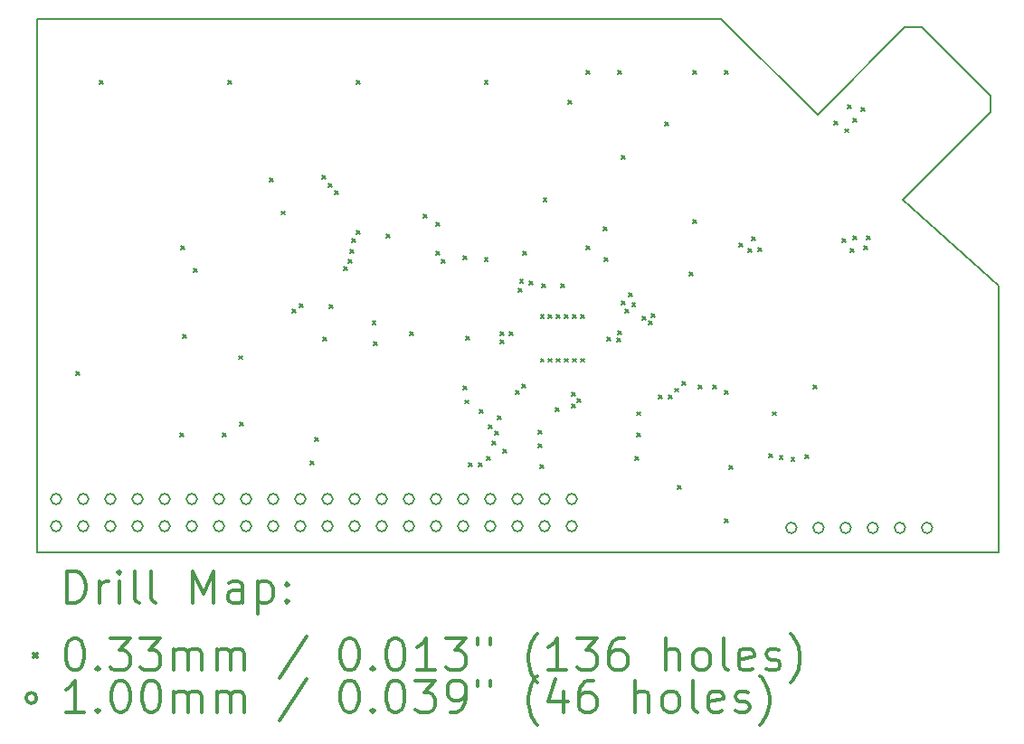
<source format=gbr>
%FSLAX45Y45*%
G04 Gerber Fmt 4.5, Leading zero omitted, Abs format (unit mm)*
G04 Created by KiCad (PCBNEW (5.0.0)) date 11/02/18 13:24:01*
%MOMM*%
%LPD*%
G01*
G04 APERTURE LIST*
%ADD10C,0.150000*%
%ADD11C,0.200000*%
%ADD12C,0.300000*%
G04 APERTURE END LIST*
D10*
X10620000Y-3080000D02*
X10780000Y-3080000D01*
X11420000Y-3880000D02*
X11420000Y-3720000D01*
X9800000Y-3900000D02*
X8900000Y-3000000D01*
X10620000Y-3080000D02*
X9800000Y-3900000D01*
X11420000Y-3720000D02*
X10780000Y-3080000D01*
X10600000Y-4700000D02*
X11420000Y-3880000D01*
X11500000Y-5500000D02*
X10600000Y-4700000D01*
X2500000Y-8000000D02*
X2500000Y-3000000D01*
X11500000Y-8000000D02*
X2500000Y-8000000D01*
X11500000Y-5500000D02*
X11500000Y-8000000D01*
X2500000Y-3000000D02*
X8900000Y-3000000D01*
D11*
X2858490Y-6308490D02*
X2891510Y-6341510D01*
X2891510Y-6308490D02*
X2858490Y-6341510D01*
X3083490Y-3583490D02*
X3116510Y-3616510D01*
X3116510Y-3583490D02*
X3083490Y-3616510D01*
X3833490Y-6883490D02*
X3866510Y-6916510D01*
X3866510Y-6883490D02*
X3833490Y-6916510D01*
X3843490Y-5133490D02*
X3876510Y-5166510D01*
X3876510Y-5133490D02*
X3843490Y-5166510D01*
X3858490Y-5958490D02*
X3891510Y-5991510D01*
X3891510Y-5958490D02*
X3858490Y-5991510D01*
X3963490Y-5343490D02*
X3996510Y-5376510D01*
X3996510Y-5343490D02*
X3963490Y-5376510D01*
X4233490Y-6883490D02*
X4266510Y-6916510D01*
X4266510Y-6883490D02*
X4233490Y-6916510D01*
X4283490Y-3583490D02*
X4316510Y-3616510D01*
X4316510Y-3583490D02*
X4283490Y-3616510D01*
X4383490Y-6158490D02*
X4416510Y-6191510D01*
X4416510Y-6158490D02*
X4383490Y-6191510D01*
X4393480Y-6783490D02*
X4426500Y-6816510D01*
X4426500Y-6783490D02*
X4393480Y-6816510D01*
X4673490Y-4493490D02*
X4706510Y-4526510D01*
X4706510Y-4493490D02*
X4673490Y-4526510D01*
X4783490Y-4803490D02*
X4816510Y-4836510D01*
X4816510Y-4803490D02*
X4783490Y-4836510D01*
X4886434Y-5723782D02*
X4919454Y-5756802D01*
X4919454Y-5723782D02*
X4886434Y-5756802D01*
X4953490Y-5673490D02*
X4986510Y-5706510D01*
X4986510Y-5673490D02*
X4953490Y-5706510D01*
X5053490Y-7143490D02*
X5086510Y-7176510D01*
X5086510Y-7143490D02*
X5053490Y-7176510D01*
X5093490Y-6923490D02*
X5126510Y-6956510D01*
X5126510Y-6923490D02*
X5093490Y-6956510D01*
X5166340Y-4470714D02*
X5199360Y-4503734D01*
X5199360Y-4470714D02*
X5166340Y-4503734D01*
X5173490Y-5983490D02*
X5206510Y-6016510D01*
X5206510Y-5983490D02*
X5173490Y-6016510D01*
X5223490Y-4543490D02*
X5256510Y-4576510D01*
X5256510Y-4543490D02*
X5223490Y-4576510D01*
X5233490Y-5683490D02*
X5266510Y-5716510D01*
X5266510Y-5683490D02*
X5233490Y-5716510D01*
X5283490Y-4613490D02*
X5316510Y-4646510D01*
X5316510Y-4613490D02*
X5283490Y-4646510D01*
X5363490Y-5323490D02*
X5396510Y-5356510D01*
X5396510Y-5323490D02*
X5363490Y-5356510D01*
X5409985Y-5253747D02*
X5443005Y-5286767D01*
X5443005Y-5253747D02*
X5409985Y-5286767D01*
X5423490Y-5163490D02*
X5456510Y-5196510D01*
X5456510Y-5163490D02*
X5423490Y-5196510D01*
X5443439Y-5063465D02*
X5476459Y-5096485D01*
X5476459Y-5063465D02*
X5443439Y-5096485D01*
X5483490Y-3583490D02*
X5516510Y-3616510D01*
X5516510Y-3583490D02*
X5483490Y-3616510D01*
X5483490Y-4983490D02*
X5516510Y-5016510D01*
X5516510Y-4983490D02*
X5483490Y-5016510D01*
X5633490Y-5833490D02*
X5666510Y-5866510D01*
X5666510Y-5833490D02*
X5633490Y-5866510D01*
X5643490Y-6023490D02*
X5676510Y-6056510D01*
X5676510Y-6023490D02*
X5643490Y-6056510D01*
X5763490Y-5023020D02*
X5796510Y-5056040D01*
X5796510Y-5023020D02*
X5763490Y-5056040D01*
X5983490Y-5933490D02*
X6016510Y-5966510D01*
X6016510Y-5933490D02*
X5983490Y-5966510D01*
X6108490Y-4833490D02*
X6141510Y-4866510D01*
X6141510Y-4833490D02*
X6108490Y-4866510D01*
X6233490Y-4908490D02*
X6266510Y-4941510D01*
X6266510Y-4908490D02*
X6233490Y-4941510D01*
X6233490Y-5183490D02*
X6266510Y-5216510D01*
X6266510Y-5183490D02*
X6233490Y-5216510D01*
X6283490Y-5253490D02*
X6316510Y-5286510D01*
X6316510Y-5253490D02*
X6283490Y-5286510D01*
X6483490Y-5223490D02*
X6516510Y-5256510D01*
X6516510Y-5223490D02*
X6483490Y-5256510D01*
X6483490Y-6443490D02*
X6516510Y-6476510D01*
X6516510Y-6443490D02*
X6483490Y-6476510D01*
X6503490Y-6573490D02*
X6536510Y-6606510D01*
X6536510Y-6573490D02*
X6503490Y-6606510D01*
X6513490Y-5973490D02*
X6546510Y-6006510D01*
X6546510Y-5973490D02*
X6513490Y-6006510D01*
X6533490Y-7163490D02*
X6566510Y-7196510D01*
X6566510Y-7163490D02*
X6533490Y-7196510D01*
X6628519Y-7160640D02*
X6661539Y-7193660D01*
X6661539Y-7160640D02*
X6628519Y-7193660D01*
X6633490Y-6663490D02*
X6666510Y-6696510D01*
X6666510Y-6663490D02*
X6633490Y-6696510D01*
X6683490Y-3583490D02*
X6716510Y-3616510D01*
X6716510Y-3583490D02*
X6683490Y-3616510D01*
X6683490Y-5243490D02*
X6716510Y-5276510D01*
X6716510Y-5243490D02*
X6683490Y-5276510D01*
X6703490Y-7103490D02*
X6736510Y-7136510D01*
X6736510Y-7103490D02*
X6703490Y-7136510D01*
X6723490Y-6803490D02*
X6756510Y-6836510D01*
X6756510Y-6803490D02*
X6723490Y-6836510D01*
X6758490Y-6958490D02*
X6791510Y-6991510D01*
X6791510Y-6958490D02*
X6758490Y-6991510D01*
X6783490Y-6863490D02*
X6816510Y-6896510D01*
X6816510Y-6863490D02*
X6783490Y-6896510D01*
X6803490Y-6723490D02*
X6836510Y-6756510D01*
X6836510Y-6723490D02*
X6803490Y-6756510D01*
X6833490Y-5933490D02*
X6866510Y-5966510D01*
X6866510Y-5933490D02*
X6833490Y-5966510D01*
X6833490Y-6013490D02*
X6866510Y-6046510D01*
X6866510Y-6013490D02*
X6833490Y-6046510D01*
X6858490Y-7033490D02*
X6891510Y-7066510D01*
X6891510Y-7033490D02*
X6858490Y-7066510D01*
X6913490Y-5933490D02*
X6946510Y-5966510D01*
X6946510Y-5933490D02*
X6913490Y-5966510D01*
X6973490Y-6483490D02*
X7006510Y-6516510D01*
X7006510Y-6483490D02*
X6973490Y-6516510D01*
X6998490Y-5529740D02*
X7031510Y-5562760D01*
X7031510Y-5529740D02*
X6998490Y-5562760D01*
X7013490Y-5443490D02*
X7046510Y-5476510D01*
X7046510Y-5443490D02*
X7013490Y-5476510D01*
X7033490Y-6423490D02*
X7066510Y-6456510D01*
X7066510Y-6423490D02*
X7033490Y-6456510D01*
X7043490Y-5183490D02*
X7076510Y-5216510D01*
X7076510Y-5183490D02*
X7043490Y-5216510D01*
X7103490Y-5463490D02*
X7136510Y-5496510D01*
X7136510Y-5463490D02*
X7103490Y-5496510D01*
X7183490Y-6858490D02*
X7216510Y-6891510D01*
X7216510Y-6858490D02*
X7183490Y-6891510D01*
X7183490Y-6983490D02*
X7216510Y-7016510D01*
X7216510Y-6983490D02*
X7183490Y-7016510D01*
X7203490Y-7178490D02*
X7236510Y-7211510D01*
X7236510Y-7178490D02*
X7203490Y-7211510D01*
X7208490Y-5773490D02*
X7241510Y-5806510D01*
X7241510Y-5773490D02*
X7208490Y-5806510D01*
X7208490Y-6183490D02*
X7241510Y-6216510D01*
X7241510Y-6183490D02*
X7208490Y-6216510D01*
X7223490Y-5483490D02*
X7256510Y-5516510D01*
X7256510Y-5483490D02*
X7223490Y-5516510D01*
X7233490Y-4683490D02*
X7266510Y-4716510D01*
X7266510Y-4683490D02*
X7233490Y-4716510D01*
X7283490Y-5773490D02*
X7316510Y-5806510D01*
X7316510Y-5773490D02*
X7283490Y-5806510D01*
X7283490Y-6183490D02*
X7316510Y-6216510D01*
X7316510Y-6183490D02*
X7283490Y-6216510D01*
X7348490Y-6643490D02*
X7381510Y-6676510D01*
X7381510Y-6643490D02*
X7348490Y-6676510D01*
X7358490Y-5773490D02*
X7391510Y-5806510D01*
X7391510Y-5773490D02*
X7358490Y-5806510D01*
X7358490Y-6183490D02*
X7391510Y-6216510D01*
X7391510Y-6183490D02*
X7358490Y-6216510D01*
X7399890Y-5482846D02*
X7432910Y-5515866D01*
X7432910Y-5482846D02*
X7399890Y-5515866D01*
X7433490Y-5773490D02*
X7466510Y-5806510D01*
X7466510Y-5773490D02*
X7433490Y-5806510D01*
X7433490Y-6183490D02*
X7466510Y-6216510D01*
X7466510Y-6183490D02*
X7433490Y-6216510D01*
X7463490Y-3763490D02*
X7496510Y-3796510D01*
X7496510Y-3763490D02*
X7463490Y-3796510D01*
X7503490Y-6503490D02*
X7536510Y-6536510D01*
X7536510Y-6503490D02*
X7503490Y-6536510D01*
X7503490Y-6613490D02*
X7536510Y-6646510D01*
X7536510Y-6613490D02*
X7503490Y-6646510D01*
X7508490Y-5773490D02*
X7541510Y-5806510D01*
X7541510Y-5773490D02*
X7508490Y-5806510D01*
X7508490Y-6183490D02*
X7541510Y-6216510D01*
X7541510Y-6183490D02*
X7508490Y-6216510D01*
X7548490Y-6558490D02*
X7581510Y-6591510D01*
X7581510Y-6558490D02*
X7548490Y-6591510D01*
X7583490Y-5773490D02*
X7616510Y-5806510D01*
X7616510Y-5773490D02*
X7583490Y-5806510D01*
X7583490Y-6183490D02*
X7616510Y-6216510D01*
X7616510Y-6183490D02*
X7583490Y-6216510D01*
X7633490Y-3483490D02*
X7666510Y-3516510D01*
X7666510Y-3483490D02*
X7633490Y-3516510D01*
X7633490Y-5133490D02*
X7666510Y-5166510D01*
X7666510Y-5133490D02*
X7633490Y-5166510D01*
X7793490Y-4953490D02*
X7826510Y-4986510D01*
X7826510Y-4953490D02*
X7793490Y-4986510D01*
X7803490Y-5243490D02*
X7836510Y-5276510D01*
X7836510Y-5243490D02*
X7803490Y-5276510D01*
X7833490Y-5983490D02*
X7866510Y-6016510D01*
X7866510Y-5983490D02*
X7833490Y-6016510D01*
X7923490Y-5993490D02*
X7956510Y-6026510D01*
X7956510Y-5993490D02*
X7923490Y-6026510D01*
X7933490Y-3483490D02*
X7966510Y-3516510D01*
X7966510Y-3483490D02*
X7933490Y-3516510D01*
X7933490Y-5923490D02*
X7966510Y-5956510D01*
X7966510Y-5923490D02*
X7933490Y-5956510D01*
X7963490Y-4283490D02*
X7996510Y-4316510D01*
X7996510Y-4283490D02*
X7963490Y-4316510D01*
X7963490Y-5643490D02*
X7996510Y-5676510D01*
X7996510Y-5643490D02*
X7963490Y-5676510D01*
X8003490Y-5723490D02*
X8036510Y-5756510D01*
X8036510Y-5723490D02*
X8003490Y-5756510D01*
X8033490Y-5573490D02*
X8066510Y-5606510D01*
X8066510Y-5573490D02*
X8033490Y-5606510D01*
X8063490Y-5663490D02*
X8096510Y-5696510D01*
X8096510Y-5663490D02*
X8063490Y-5696510D01*
X8093490Y-7103490D02*
X8126510Y-7136510D01*
X8126510Y-7103490D02*
X8093490Y-7136510D01*
X8113490Y-6683490D02*
X8146510Y-6716510D01*
X8146510Y-6683490D02*
X8113490Y-6716510D01*
X8113490Y-6883490D02*
X8146510Y-6916510D01*
X8146510Y-6883490D02*
X8113490Y-6916510D01*
X8163490Y-5793490D02*
X8196510Y-5826510D01*
X8196510Y-5793490D02*
X8163490Y-5826510D01*
X8223490Y-5833490D02*
X8256510Y-5866510D01*
X8256510Y-5833490D02*
X8223490Y-5866510D01*
X8243490Y-5763490D02*
X8276510Y-5796510D01*
X8276510Y-5763490D02*
X8243490Y-5796510D01*
X8313490Y-6523490D02*
X8346510Y-6556510D01*
X8346510Y-6523490D02*
X8313490Y-6556510D01*
X8373490Y-3973490D02*
X8406510Y-4006510D01*
X8406510Y-3973490D02*
X8373490Y-4006510D01*
X8403490Y-6523490D02*
X8436510Y-6556510D01*
X8436510Y-6523490D02*
X8403490Y-6556510D01*
X8463490Y-6463490D02*
X8496510Y-6496510D01*
X8496510Y-6463490D02*
X8463490Y-6496510D01*
X8493490Y-7373490D02*
X8526510Y-7406510D01*
X8526510Y-7373490D02*
X8493490Y-7406510D01*
X8533490Y-6403490D02*
X8566510Y-6436510D01*
X8566510Y-6403490D02*
X8533490Y-6436510D01*
X8598490Y-5373490D02*
X8631510Y-5406510D01*
X8631510Y-5373490D02*
X8598490Y-5406510D01*
X8633490Y-3483490D02*
X8666510Y-3516510D01*
X8666510Y-3483490D02*
X8633490Y-3516510D01*
X8633490Y-4883490D02*
X8666510Y-4916510D01*
X8666510Y-4883490D02*
X8633490Y-4916510D01*
X8683490Y-6433490D02*
X8716510Y-6466510D01*
X8716510Y-6433490D02*
X8683490Y-6466510D01*
X8823490Y-6433490D02*
X8856510Y-6466510D01*
X8856510Y-6433490D02*
X8823490Y-6466510D01*
X8933490Y-3483490D02*
X8966510Y-3516510D01*
X8966510Y-3483490D02*
X8933490Y-3516510D01*
X8933490Y-6483490D02*
X8966510Y-6516510D01*
X8966510Y-6483490D02*
X8933490Y-6516510D01*
X8933490Y-7683490D02*
X8966510Y-7716510D01*
X8966510Y-7683490D02*
X8933490Y-7716510D01*
X8973490Y-7183490D02*
X9006510Y-7216510D01*
X9006510Y-7183490D02*
X8973490Y-7216510D01*
X9063490Y-5103490D02*
X9096510Y-5136510D01*
X9096510Y-5103490D02*
X9063490Y-5136510D01*
X9153079Y-5153079D02*
X9186099Y-5186099D01*
X9186099Y-5153079D02*
X9153079Y-5186099D01*
X9183490Y-5043490D02*
X9216510Y-5076510D01*
X9216510Y-5043490D02*
X9183490Y-5076510D01*
X9243490Y-5143490D02*
X9276510Y-5176510D01*
X9276510Y-5143490D02*
X9243490Y-5176510D01*
X9343490Y-7073490D02*
X9376510Y-7106510D01*
X9376510Y-7073490D02*
X9343490Y-7106510D01*
X9383490Y-6683490D02*
X9416510Y-6716510D01*
X9416510Y-6683490D02*
X9383490Y-6716510D01*
X9443490Y-7093490D02*
X9476510Y-7126510D01*
X9476510Y-7093490D02*
X9443490Y-7126510D01*
X9553490Y-7113490D02*
X9586510Y-7146510D01*
X9586510Y-7113490D02*
X9553490Y-7146510D01*
X9683490Y-7083490D02*
X9716510Y-7116510D01*
X9716510Y-7083490D02*
X9683490Y-7116510D01*
X9763490Y-6433490D02*
X9796510Y-6466510D01*
X9796510Y-6433490D02*
X9763490Y-6466510D01*
X9958490Y-3958490D02*
X9991510Y-3991510D01*
X9991510Y-3958490D02*
X9958490Y-3991510D01*
X10033490Y-5063490D02*
X10066510Y-5096510D01*
X10066510Y-5063490D02*
X10033490Y-5096510D01*
X10058490Y-4033490D02*
X10091510Y-4066510D01*
X10091510Y-4033490D02*
X10058490Y-4066510D01*
X10083490Y-3808490D02*
X10116510Y-3841510D01*
X10116510Y-3808490D02*
X10083490Y-3841510D01*
X10108490Y-5158490D02*
X10141510Y-5191510D01*
X10141510Y-5158490D02*
X10108490Y-5191510D01*
X10133490Y-3933490D02*
X10166510Y-3966510D01*
X10166510Y-3933490D02*
X10133490Y-3966510D01*
X10133490Y-5033490D02*
X10166510Y-5066510D01*
X10166510Y-5033490D02*
X10133490Y-5066510D01*
X10208490Y-3833490D02*
X10241510Y-3866510D01*
X10241510Y-3833490D02*
X10208490Y-3866510D01*
X10233490Y-5133490D02*
X10266510Y-5166510D01*
X10266510Y-5133490D02*
X10233490Y-5166510D01*
X10258490Y-5033490D02*
X10291510Y-5066510D01*
X10291510Y-5033490D02*
X10258490Y-5066510D01*
X9606000Y-7770000D02*
G75*
G03X9606000Y-7770000I-50000J0D01*
G01*
X9860000Y-7770000D02*
G75*
G03X9860000Y-7770000I-50000J0D01*
G01*
X10114000Y-7770000D02*
G75*
G03X10114000Y-7770000I-50000J0D01*
G01*
X10368000Y-7770000D02*
G75*
G03X10368000Y-7770000I-50000J0D01*
G01*
X10622000Y-7770000D02*
G75*
G03X10622000Y-7770000I-50000J0D01*
G01*
X10876000Y-7770000D02*
G75*
G03X10876000Y-7770000I-50000J0D01*
G01*
X2724000Y-7500000D02*
G75*
G03X2724000Y-7500000I-50000J0D01*
G01*
X2724000Y-7754000D02*
G75*
G03X2724000Y-7754000I-50000J0D01*
G01*
X2978000Y-7500000D02*
G75*
G03X2978000Y-7500000I-50000J0D01*
G01*
X2978000Y-7754000D02*
G75*
G03X2978000Y-7754000I-50000J0D01*
G01*
X3232000Y-7500000D02*
G75*
G03X3232000Y-7500000I-50000J0D01*
G01*
X3232000Y-7754000D02*
G75*
G03X3232000Y-7754000I-50000J0D01*
G01*
X3486000Y-7500000D02*
G75*
G03X3486000Y-7500000I-50000J0D01*
G01*
X3486000Y-7754000D02*
G75*
G03X3486000Y-7754000I-50000J0D01*
G01*
X3740000Y-7500000D02*
G75*
G03X3740000Y-7500000I-50000J0D01*
G01*
X3740000Y-7754000D02*
G75*
G03X3740000Y-7754000I-50000J0D01*
G01*
X3994000Y-7500000D02*
G75*
G03X3994000Y-7500000I-50000J0D01*
G01*
X3994000Y-7754000D02*
G75*
G03X3994000Y-7754000I-50000J0D01*
G01*
X4248000Y-7500000D02*
G75*
G03X4248000Y-7500000I-50000J0D01*
G01*
X4248000Y-7754000D02*
G75*
G03X4248000Y-7754000I-50000J0D01*
G01*
X4502000Y-7500000D02*
G75*
G03X4502000Y-7500000I-50000J0D01*
G01*
X4502000Y-7754000D02*
G75*
G03X4502000Y-7754000I-50000J0D01*
G01*
X4756000Y-7500000D02*
G75*
G03X4756000Y-7500000I-50000J0D01*
G01*
X4756000Y-7754000D02*
G75*
G03X4756000Y-7754000I-50000J0D01*
G01*
X5010000Y-7500000D02*
G75*
G03X5010000Y-7500000I-50000J0D01*
G01*
X5010000Y-7754000D02*
G75*
G03X5010000Y-7754000I-50000J0D01*
G01*
X5264000Y-7500000D02*
G75*
G03X5264000Y-7500000I-50000J0D01*
G01*
X5264000Y-7754000D02*
G75*
G03X5264000Y-7754000I-50000J0D01*
G01*
X5518000Y-7500000D02*
G75*
G03X5518000Y-7500000I-50000J0D01*
G01*
X5518000Y-7754000D02*
G75*
G03X5518000Y-7754000I-50000J0D01*
G01*
X5772000Y-7500000D02*
G75*
G03X5772000Y-7500000I-50000J0D01*
G01*
X5772000Y-7754000D02*
G75*
G03X5772000Y-7754000I-50000J0D01*
G01*
X6026000Y-7500000D02*
G75*
G03X6026000Y-7500000I-50000J0D01*
G01*
X6026000Y-7754000D02*
G75*
G03X6026000Y-7754000I-50000J0D01*
G01*
X6280000Y-7500000D02*
G75*
G03X6280000Y-7500000I-50000J0D01*
G01*
X6280000Y-7754000D02*
G75*
G03X6280000Y-7754000I-50000J0D01*
G01*
X6534000Y-7500000D02*
G75*
G03X6534000Y-7500000I-50000J0D01*
G01*
X6534000Y-7754000D02*
G75*
G03X6534000Y-7754000I-50000J0D01*
G01*
X6788000Y-7500000D02*
G75*
G03X6788000Y-7500000I-50000J0D01*
G01*
X6788000Y-7754000D02*
G75*
G03X6788000Y-7754000I-50000J0D01*
G01*
X7042000Y-7500000D02*
G75*
G03X7042000Y-7500000I-50000J0D01*
G01*
X7042000Y-7754000D02*
G75*
G03X7042000Y-7754000I-50000J0D01*
G01*
X7296000Y-7500000D02*
G75*
G03X7296000Y-7500000I-50000J0D01*
G01*
X7296000Y-7754000D02*
G75*
G03X7296000Y-7754000I-50000J0D01*
G01*
X7550000Y-7500000D02*
G75*
G03X7550000Y-7500000I-50000J0D01*
G01*
X7550000Y-7754000D02*
G75*
G03X7550000Y-7754000I-50000J0D01*
G01*
D12*
X2778928Y-8473214D02*
X2778928Y-8173214D01*
X2850357Y-8173214D01*
X2893214Y-8187500D01*
X2921786Y-8216071D01*
X2936071Y-8244643D01*
X2950357Y-8301786D01*
X2950357Y-8344643D01*
X2936071Y-8401786D01*
X2921786Y-8430357D01*
X2893214Y-8458929D01*
X2850357Y-8473214D01*
X2778928Y-8473214D01*
X3078928Y-8473214D02*
X3078928Y-8273214D01*
X3078928Y-8330357D02*
X3093214Y-8301786D01*
X3107500Y-8287500D01*
X3136071Y-8273214D01*
X3164643Y-8273214D01*
X3264643Y-8473214D02*
X3264643Y-8273214D01*
X3264643Y-8173214D02*
X3250357Y-8187500D01*
X3264643Y-8201786D01*
X3278928Y-8187500D01*
X3264643Y-8173214D01*
X3264643Y-8201786D01*
X3450357Y-8473214D02*
X3421786Y-8458929D01*
X3407500Y-8430357D01*
X3407500Y-8173214D01*
X3607500Y-8473214D02*
X3578928Y-8458929D01*
X3564643Y-8430357D01*
X3564643Y-8173214D01*
X3950357Y-8473214D02*
X3950357Y-8173214D01*
X4050357Y-8387500D01*
X4150357Y-8173214D01*
X4150357Y-8473214D01*
X4421786Y-8473214D02*
X4421786Y-8316071D01*
X4407500Y-8287500D01*
X4378928Y-8273214D01*
X4321786Y-8273214D01*
X4293214Y-8287500D01*
X4421786Y-8458929D02*
X4393214Y-8473214D01*
X4321786Y-8473214D01*
X4293214Y-8458929D01*
X4278928Y-8430357D01*
X4278928Y-8401786D01*
X4293214Y-8373214D01*
X4321786Y-8358929D01*
X4393214Y-8358929D01*
X4421786Y-8344643D01*
X4564643Y-8273214D02*
X4564643Y-8573214D01*
X4564643Y-8287500D02*
X4593214Y-8273214D01*
X4650357Y-8273214D01*
X4678928Y-8287500D01*
X4693214Y-8301786D01*
X4707500Y-8330357D01*
X4707500Y-8416072D01*
X4693214Y-8444643D01*
X4678928Y-8458929D01*
X4650357Y-8473214D01*
X4593214Y-8473214D01*
X4564643Y-8458929D01*
X4836071Y-8444643D02*
X4850357Y-8458929D01*
X4836071Y-8473214D01*
X4821786Y-8458929D01*
X4836071Y-8444643D01*
X4836071Y-8473214D01*
X4836071Y-8287500D02*
X4850357Y-8301786D01*
X4836071Y-8316071D01*
X4821786Y-8301786D01*
X4836071Y-8287500D01*
X4836071Y-8316071D01*
X2459480Y-8950990D02*
X2492500Y-8984010D01*
X2492500Y-8950990D02*
X2459480Y-8984010D01*
X2836071Y-8803214D02*
X2864643Y-8803214D01*
X2893214Y-8817500D01*
X2907500Y-8831786D01*
X2921786Y-8860357D01*
X2936071Y-8917500D01*
X2936071Y-8988929D01*
X2921786Y-9046072D01*
X2907500Y-9074643D01*
X2893214Y-9088929D01*
X2864643Y-9103214D01*
X2836071Y-9103214D01*
X2807500Y-9088929D01*
X2793214Y-9074643D01*
X2778928Y-9046072D01*
X2764643Y-8988929D01*
X2764643Y-8917500D01*
X2778928Y-8860357D01*
X2793214Y-8831786D01*
X2807500Y-8817500D01*
X2836071Y-8803214D01*
X3064643Y-9074643D02*
X3078928Y-9088929D01*
X3064643Y-9103214D01*
X3050357Y-9088929D01*
X3064643Y-9074643D01*
X3064643Y-9103214D01*
X3178928Y-8803214D02*
X3364643Y-8803214D01*
X3264643Y-8917500D01*
X3307500Y-8917500D01*
X3336071Y-8931786D01*
X3350357Y-8946072D01*
X3364643Y-8974643D01*
X3364643Y-9046072D01*
X3350357Y-9074643D01*
X3336071Y-9088929D01*
X3307500Y-9103214D01*
X3221786Y-9103214D01*
X3193214Y-9088929D01*
X3178928Y-9074643D01*
X3464643Y-8803214D02*
X3650357Y-8803214D01*
X3550357Y-8917500D01*
X3593214Y-8917500D01*
X3621786Y-8931786D01*
X3636071Y-8946072D01*
X3650357Y-8974643D01*
X3650357Y-9046072D01*
X3636071Y-9074643D01*
X3621786Y-9088929D01*
X3593214Y-9103214D01*
X3507500Y-9103214D01*
X3478928Y-9088929D01*
X3464643Y-9074643D01*
X3778928Y-9103214D02*
X3778928Y-8903214D01*
X3778928Y-8931786D02*
X3793214Y-8917500D01*
X3821786Y-8903214D01*
X3864643Y-8903214D01*
X3893214Y-8917500D01*
X3907500Y-8946072D01*
X3907500Y-9103214D01*
X3907500Y-8946072D02*
X3921786Y-8917500D01*
X3950357Y-8903214D01*
X3993214Y-8903214D01*
X4021786Y-8917500D01*
X4036071Y-8946072D01*
X4036071Y-9103214D01*
X4178928Y-9103214D02*
X4178928Y-8903214D01*
X4178928Y-8931786D02*
X4193214Y-8917500D01*
X4221786Y-8903214D01*
X4264643Y-8903214D01*
X4293214Y-8917500D01*
X4307500Y-8946072D01*
X4307500Y-9103214D01*
X4307500Y-8946072D02*
X4321786Y-8917500D01*
X4350357Y-8903214D01*
X4393214Y-8903214D01*
X4421786Y-8917500D01*
X4436071Y-8946072D01*
X4436071Y-9103214D01*
X5021786Y-8788929D02*
X4764643Y-9174643D01*
X5407500Y-8803214D02*
X5436071Y-8803214D01*
X5464643Y-8817500D01*
X5478928Y-8831786D01*
X5493214Y-8860357D01*
X5507500Y-8917500D01*
X5507500Y-8988929D01*
X5493214Y-9046072D01*
X5478928Y-9074643D01*
X5464643Y-9088929D01*
X5436071Y-9103214D01*
X5407500Y-9103214D01*
X5378928Y-9088929D01*
X5364643Y-9074643D01*
X5350357Y-9046072D01*
X5336071Y-8988929D01*
X5336071Y-8917500D01*
X5350357Y-8860357D01*
X5364643Y-8831786D01*
X5378928Y-8817500D01*
X5407500Y-8803214D01*
X5636071Y-9074643D02*
X5650357Y-9088929D01*
X5636071Y-9103214D01*
X5621786Y-9088929D01*
X5636071Y-9074643D01*
X5636071Y-9103214D01*
X5836071Y-8803214D02*
X5864643Y-8803214D01*
X5893214Y-8817500D01*
X5907500Y-8831786D01*
X5921786Y-8860357D01*
X5936071Y-8917500D01*
X5936071Y-8988929D01*
X5921786Y-9046072D01*
X5907500Y-9074643D01*
X5893214Y-9088929D01*
X5864643Y-9103214D01*
X5836071Y-9103214D01*
X5807500Y-9088929D01*
X5793214Y-9074643D01*
X5778928Y-9046072D01*
X5764643Y-8988929D01*
X5764643Y-8917500D01*
X5778928Y-8860357D01*
X5793214Y-8831786D01*
X5807500Y-8817500D01*
X5836071Y-8803214D01*
X6221786Y-9103214D02*
X6050357Y-9103214D01*
X6136071Y-9103214D02*
X6136071Y-8803214D01*
X6107500Y-8846072D01*
X6078928Y-8874643D01*
X6050357Y-8888929D01*
X6321786Y-8803214D02*
X6507500Y-8803214D01*
X6407500Y-8917500D01*
X6450357Y-8917500D01*
X6478928Y-8931786D01*
X6493214Y-8946072D01*
X6507500Y-8974643D01*
X6507500Y-9046072D01*
X6493214Y-9074643D01*
X6478928Y-9088929D01*
X6450357Y-9103214D01*
X6364643Y-9103214D01*
X6336071Y-9088929D01*
X6321786Y-9074643D01*
X6621786Y-8803214D02*
X6621786Y-8860357D01*
X6736071Y-8803214D02*
X6736071Y-8860357D01*
X7178928Y-9217500D02*
X7164643Y-9203214D01*
X7136071Y-9160357D01*
X7121786Y-9131786D01*
X7107500Y-9088929D01*
X7093214Y-9017500D01*
X7093214Y-8960357D01*
X7107500Y-8888929D01*
X7121786Y-8846072D01*
X7136071Y-8817500D01*
X7164643Y-8774643D01*
X7178928Y-8760357D01*
X7450357Y-9103214D02*
X7278928Y-9103214D01*
X7364643Y-9103214D02*
X7364643Y-8803214D01*
X7336071Y-8846072D01*
X7307500Y-8874643D01*
X7278928Y-8888929D01*
X7550357Y-8803214D02*
X7736071Y-8803214D01*
X7636071Y-8917500D01*
X7678928Y-8917500D01*
X7707500Y-8931786D01*
X7721786Y-8946072D01*
X7736071Y-8974643D01*
X7736071Y-9046072D01*
X7721786Y-9074643D01*
X7707500Y-9088929D01*
X7678928Y-9103214D01*
X7593214Y-9103214D01*
X7564643Y-9088929D01*
X7550357Y-9074643D01*
X7993214Y-8803214D02*
X7936071Y-8803214D01*
X7907500Y-8817500D01*
X7893214Y-8831786D01*
X7864643Y-8874643D01*
X7850357Y-8931786D01*
X7850357Y-9046072D01*
X7864643Y-9074643D01*
X7878928Y-9088929D01*
X7907500Y-9103214D01*
X7964643Y-9103214D01*
X7993214Y-9088929D01*
X8007500Y-9074643D01*
X8021786Y-9046072D01*
X8021786Y-8974643D01*
X8007500Y-8946072D01*
X7993214Y-8931786D01*
X7964643Y-8917500D01*
X7907500Y-8917500D01*
X7878928Y-8931786D01*
X7864643Y-8946072D01*
X7850357Y-8974643D01*
X8378928Y-9103214D02*
X8378928Y-8803214D01*
X8507500Y-9103214D02*
X8507500Y-8946072D01*
X8493214Y-8917500D01*
X8464643Y-8903214D01*
X8421786Y-8903214D01*
X8393214Y-8917500D01*
X8378928Y-8931786D01*
X8693214Y-9103214D02*
X8664643Y-9088929D01*
X8650357Y-9074643D01*
X8636071Y-9046072D01*
X8636071Y-8960357D01*
X8650357Y-8931786D01*
X8664643Y-8917500D01*
X8693214Y-8903214D01*
X8736071Y-8903214D01*
X8764643Y-8917500D01*
X8778928Y-8931786D01*
X8793214Y-8960357D01*
X8793214Y-9046072D01*
X8778928Y-9074643D01*
X8764643Y-9088929D01*
X8736071Y-9103214D01*
X8693214Y-9103214D01*
X8964643Y-9103214D02*
X8936071Y-9088929D01*
X8921786Y-9060357D01*
X8921786Y-8803214D01*
X9193214Y-9088929D02*
X9164643Y-9103214D01*
X9107500Y-9103214D01*
X9078928Y-9088929D01*
X9064643Y-9060357D01*
X9064643Y-8946072D01*
X9078928Y-8917500D01*
X9107500Y-8903214D01*
X9164643Y-8903214D01*
X9193214Y-8917500D01*
X9207500Y-8946072D01*
X9207500Y-8974643D01*
X9064643Y-9003214D01*
X9321786Y-9088929D02*
X9350357Y-9103214D01*
X9407500Y-9103214D01*
X9436071Y-9088929D01*
X9450357Y-9060357D01*
X9450357Y-9046072D01*
X9436071Y-9017500D01*
X9407500Y-9003214D01*
X9364643Y-9003214D01*
X9336071Y-8988929D01*
X9321786Y-8960357D01*
X9321786Y-8946072D01*
X9336071Y-8917500D01*
X9364643Y-8903214D01*
X9407500Y-8903214D01*
X9436071Y-8917500D01*
X9550357Y-9217500D02*
X9564643Y-9203214D01*
X9593214Y-9160357D01*
X9607500Y-9131786D01*
X9621786Y-9088929D01*
X9636071Y-9017500D01*
X9636071Y-8960357D01*
X9621786Y-8888929D01*
X9607500Y-8846072D01*
X9593214Y-8817500D01*
X9564643Y-8774643D01*
X9550357Y-8760357D01*
X2492500Y-9363500D02*
G75*
G03X2492500Y-9363500I-50000J0D01*
G01*
X2936071Y-9499214D02*
X2764643Y-9499214D01*
X2850357Y-9499214D02*
X2850357Y-9199214D01*
X2821786Y-9242072D01*
X2793214Y-9270643D01*
X2764643Y-9284929D01*
X3064643Y-9470643D02*
X3078928Y-9484929D01*
X3064643Y-9499214D01*
X3050357Y-9484929D01*
X3064643Y-9470643D01*
X3064643Y-9499214D01*
X3264643Y-9199214D02*
X3293214Y-9199214D01*
X3321786Y-9213500D01*
X3336071Y-9227786D01*
X3350357Y-9256357D01*
X3364643Y-9313500D01*
X3364643Y-9384929D01*
X3350357Y-9442072D01*
X3336071Y-9470643D01*
X3321786Y-9484929D01*
X3293214Y-9499214D01*
X3264643Y-9499214D01*
X3236071Y-9484929D01*
X3221786Y-9470643D01*
X3207500Y-9442072D01*
X3193214Y-9384929D01*
X3193214Y-9313500D01*
X3207500Y-9256357D01*
X3221786Y-9227786D01*
X3236071Y-9213500D01*
X3264643Y-9199214D01*
X3550357Y-9199214D02*
X3578928Y-9199214D01*
X3607500Y-9213500D01*
X3621786Y-9227786D01*
X3636071Y-9256357D01*
X3650357Y-9313500D01*
X3650357Y-9384929D01*
X3636071Y-9442072D01*
X3621786Y-9470643D01*
X3607500Y-9484929D01*
X3578928Y-9499214D01*
X3550357Y-9499214D01*
X3521786Y-9484929D01*
X3507500Y-9470643D01*
X3493214Y-9442072D01*
X3478928Y-9384929D01*
X3478928Y-9313500D01*
X3493214Y-9256357D01*
X3507500Y-9227786D01*
X3521786Y-9213500D01*
X3550357Y-9199214D01*
X3778928Y-9499214D02*
X3778928Y-9299214D01*
X3778928Y-9327786D02*
X3793214Y-9313500D01*
X3821786Y-9299214D01*
X3864643Y-9299214D01*
X3893214Y-9313500D01*
X3907500Y-9342072D01*
X3907500Y-9499214D01*
X3907500Y-9342072D02*
X3921786Y-9313500D01*
X3950357Y-9299214D01*
X3993214Y-9299214D01*
X4021786Y-9313500D01*
X4036071Y-9342072D01*
X4036071Y-9499214D01*
X4178928Y-9499214D02*
X4178928Y-9299214D01*
X4178928Y-9327786D02*
X4193214Y-9313500D01*
X4221786Y-9299214D01*
X4264643Y-9299214D01*
X4293214Y-9313500D01*
X4307500Y-9342072D01*
X4307500Y-9499214D01*
X4307500Y-9342072D02*
X4321786Y-9313500D01*
X4350357Y-9299214D01*
X4393214Y-9299214D01*
X4421786Y-9313500D01*
X4436071Y-9342072D01*
X4436071Y-9499214D01*
X5021786Y-9184929D02*
X4764643Y-9570643D01*
X5407500Y-9199214D02*
X5436071Y-9199214D01*
X5464643Y-9213500D01*
X5478928Y-9227786D01*
X5493214Y-9256357D01*
X5507500Y-9313500D01*
X5507500Y-9384929D01*
X5493214Y-9442072D01*
X5478928Y-9470643D01*
X5464643Y-9484929D01*
X5436071Y-9499214D01*
X5407500Y-9499214D01*
X5378928Y-9484929D01*
X5364643Y-9470643D01*
X5350357Y-9442072D01*
X5336071Y-9384929D01*
X5336071Y-9313500D01*
X5350357Y-9256357D01*
X5364643Y-9227786D01*
X5378928Y-9213500D01*
X5407500Y-9199214D01*
X5636071Y-9470643D02*
X5650357Y-9484929D01*
X5636071Y-9499214D01*
X5621786Y-9484929D01*
X5636071Y-9470643D01*
X5636071Y-9499214D01*
X5836071Y-9199214D02*
X5864643Y-9199214D01*
X5893214Y-9213500D01*
X5907500Y-9227786D01*
X5921786Y-9256357D01*
X5936071Y-9313500D01*
X5936071Y-9384929D01*
X5921786Y-9442072D01*
X5907500Y-9470643D01*
X5893214Y-9484929D01*
X5864643Y-9499214D01*
X5836071Y-9499214D01*
X5807500Y-9484929D01*
X5793214Y-9470643D01*
X5778928Y-9442072D01*
X5764643Y-9384929D01*
X5764643Y-9313500D01*
X5778928Y-9256357D01*
X5793214Y-9227786D01*
X5807500Y-9213500D01*
X5836071Y-9199214D01*
X6036071Y-9199214D02*
X6221786Y-9199214D01*
X6121786Y-9313500D01*
X6164643Y-9313500D01*
X6193214Y-9327786D01*
X6207500Y-9342072D01*
X6221786Y-9370643D01*
X6221786Y-9442072D01*
X6207500Y-9470643D01*
X6193214Y-9484929D01*
X6164643Y-9499214D01*
X6078928Y-9499214D01*
X6050357Y-9484929D01*
X6036071Y-9470643D01*
X6364643Y-9499214D02*
X6421786Y-9499214D01*
X6450357Y-9484929D01*
X6464643Y-9470643D01*
X6493214Y-9427786D01*
X6507500Y-9370643D01*
X6507500Y-9256357D01*
X6493214Y-9227786D01*
X6478928Y-9213500D01*
X6450357Y-9199214D01*
X6393214Y-9199214D01*
X6364643Y-9213500D01*
X6350357Y-9227786D01*
X6336071Y-9256357D01*
X6336071Y-9327786D01*
X6350357Y-9356357D01*
X6364643Y-9370643D01*
X6393214Y-9384929D01*
X6450357Y-9384929D01*
X6478928Y-9370643D01*
X6493214Y-9356357D01*
X6507500Y-9327786D01*
X6621786Y-9199214D02*
X6621786Y-9256357D01*
X6736071Y-9199214D02*
X6736071Y-9256357D01*
X7178928Y-9613500D02*
X7164643Y-9599214D01*
X7136071Y-9556357D01*
X7121786Y-9527786D01*
X7107500Y-9484929D01*
X7093214Y-9413500D01*
X7093214Y-9356357D01*
X7107500Y-9284929D01*
X7121786Y-9242072D01*
X7136071Y-9213500D01*
X7164643Y-9170643D01*
X7178928Y-9156357D01*
X7421786Y-9299214D02*
X7421786Y-9499214D01*
X7350357Y-9184929D02*
X7278928Y-9399214D01*
X7464643Y-9399214D01*
X7707500Y-9199214D02*
X7650357Y-9199214D01*
X7621786Y-9213500D01*
X7607500Y-9227786D01*
X7578928Y-9270643D01*
X7564643Y-9327786D01*
X7564643Y-9442072D01*
X7578928Y-9470643D01*
X7593214Y-9484929D01*
X7621786Y-9499214D01*
X7678928Y-9499214D01*
X7707500Y-9484929D01*
X7721786Y-9470643D01*
X7736071Y-9442072D01*
X7736071Y-9370643D01*
X7721786Y-9342072D01*
X7707500Y-9327786D01*
X7678928Y-9313500D01*
X7621786Y-9313500D01*
X7593214Y-9327786D01*
X7578928Y-9342072D01*
X7564643Y-9370643D01*
X8093214Y-9499214D02*
X8093214Y-9199214D01*
X8221786Y-9499214D02*
X8221786Y-9342072D01*
X8207500Y-9313500D01*
X8178928Y-9299214D01*
X8136071Y-9299214D01*
X8107500Y-9313500D01*
X8093214Y-9327786D01*
X8407500Y-9499214D02*
X8378928Y-9484929D01*
X8364643Y-9470643D01*
X8350357Y-9442072D01*
X8350357Y-9356357D01*
X8364643Y-9327786D01*
X8378928Y-9313500D01*
X8407500Y-9299214D01*
X8450357Y-9299214D01*
X8478928Y-9313500D01*
X8493214Y-9327786D01*
X8507500Y-9356357D01*
X8507500Y-9442072D01*
X8493214Y-9470643D01*
X8478928Y-9484929D01*
X8450357Y-9499214D01*
X8407500Y-9499214D01*
X8678928Y-9499214D02*
X8650357Y-9484929D01*
X8636071Y-9456357D01*
X8636071Y-9199214D01*
X8907500Y-9484929D02*
X8878928Y-9499214D01*
X8821786Y-9499214D01*
X8793214Y-9484929D01*
X8778928Y-9456357D01*
X8778928Y-9342072D01*
X8793214Y-9313500D01*
X8821786Y-9299214D01*
X8878928Y-9299214D01*
X8907500Y-9313500D01*
X8921786Y-9342072D01*
X8921786Y-9370643D01*
X8778928Y-9399214D01*
X9036071Y-9484929D02*
X9064643Y-9499214D01*
X9121786Y-9499214D01*
X9150357Y-9484929D01*
X9164643Y-9456357D01*
X9164643Y-9442072D01*
X9150357Y-9413500D01*
X9121786Y-9399214D01*
X9078928Y-9399214D01*
X9050357Y-9384929D01*
X9036071Y-9356357D01*
X9036071Y-9342072D01*
X9050357Y-9313500D01*
X9078928Y-9299214D01*
X9121786Y-9299214D01*
X9150357Y-9313500D01*
X9264643Y-9613500D02*
X9278928Y-9599214D01*
X9307500Y-9556357D01*
X9321786Y-9527786D01*
X9336071Y-9484929D01*
X9350357Y-9413500D01*
X9350357Y-9356357D01*
X9336071Y-9284929D01*
X9321786Y-9242072D01*
X9307500Y-9213500D01*
X9278928Y-9170643D01*
X9264643Y-9156357D01*
M02*

</source>
